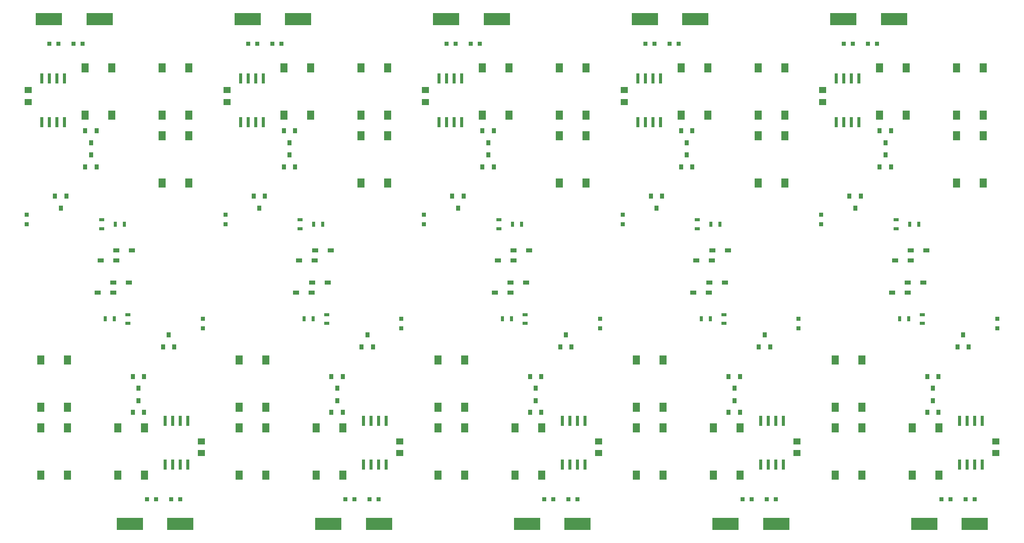
<source format=gbr>
G04 #@! TF.FileFunction,Paste,Top*
%FSLAX46Y46*%
G04 Gerber Fmt 4.6, Leading zero omitted, Abs format (unit mm)*
G04 Created by KiCad (PCBNEW 4.0.7+dfsg1-1) date Thu Apr 26 21:15:47 2018*
%MOMM*%
%LPD*%
G01*
G04 APERTURE LIST*
%ADD10C,0.100000*%
%ADD11R,0.800000X0.750000*%
%ADD12R,4.500000X2.000000*%
%ADD13R,0.800000X0.900000*%
%ADD14R,1.300000X1.550000*%
%ADD15R,1.250000X1.000000*%
%ADD16R,0.550000X1.750000*%
%ADD17R,0.800000X0.800000*%
%ADD18R,0.900000X0.500000*%
%ADD19R,1.000000X0.720000*%
%ADD20R,0.500000X0.900000*%
G04 APERTURE END LIST*
D10*
D11*
X281953000Y-185026000D03*
X283453000Y-185026000D03*
X248552000Y-185026000D03*
X250052000Y-185026000D03*
X215151000Y-185026000D03*
X216651000Y-185026000D03*
X181750000Y-185026000D03*
X183250000Y-185026000D03*
X286017000Y-185026000D03*
X287517000Y-185026000D03*
X252616000Y-185026000D03*
X254116000Y-185026000D03*
X219215000Y-185026000D03*
X220715000Y-185026000D03*
X185814000Y-185026000D03*
X187314000Y-185026000D03*
D12*
X279088000Y-189217000D03*
X287588000Y-189217000D03*
X245687000Y-189217000D03*
X254187000Y-189217000D03*
X212286000Y-189217000D03*
X220786000Y-189217000D03*
X178885000Y-189217000D03*
X187385000Y-189217000D03*
D13*
X279594000Y-170405000D03*
X281494000Y-170405000D03*
X280544000Y-168405000D03*
X246193000Y-170405000D03*
X248093000Y-170405000D03*
X247143000Y-168405000D03*
X212792000Y-170405000D03*
X214692000Y-170405000D03*
X213742000Y-168405000D03*
X179391000Y-170405000D03*
X181291000Y-170405000D03*
X180341000Y-168405000D03*
D14*
X268570000Y-169575000D03*
X264070000Y-169575000D03*
X264070000Y-161615000D03*
X268570000Y-161615000D03*
X235169000Y-169575000D03*
X230669000Y-169575000D03*
X230669000Y-161615000D03*
X235169000Y-161615000D03*
X201768000Y-169575000D03*
X197268000Y-169575000D03*
X197268000Y-161615000D03*
X201768000Y-161615000D03*
X168367000Y-169575000D03*
X163867000Y-169575000D03*
X163867000Y-161615000D03*
X168367000Y-161615000D03*
X268570000Y-181005000D03*
X264070000Y-181005000D03*
X264070000Y-173045000D03*
X268570000Y-173045000D03*
X235169000Y-181005000D03*
X230669000Y-181005000D03*
X230669000Y-173045000D03*
X235169000Y-173045000D03*
X201768000Y-181005000D03*
X197268000Y-181005000D03*
X197268000Y-173045000D03*
X201768000Y-173045000D03*
X168367000Y-181005000D03*
X163867000Y-181005000D03*
X163867000Y-173045000D03*
X168367000Y-173045000D03*
X281524000Y-181005000D03*
X277024000Y-181005000D03*
X277024000Y-173045000D03*
X281524000Y-173045000D03*
X248123000Y-181005000D03*
X243623000Y-181005000D03*
X243623000Y-173045000D03*
X248123000Y-173045000D03*
X214722000Y-181005000D03*
X210222000Y-181005000D03*
X210222000Y-173045000D03*
X214722000Y-173045000D03*
X181321000Y-181005000D03*
X176821000Y-181005000D03*
X176821000Y-173045000D03*
X181321000Y-173045000D03*
D13*
X281494000Y-164341000D03*
X279594000Y-164341000D03*
X280544000Y-166341000D03*
X248093000Y-164341000D03*
X246193000Y-164341000D03*
X247143000Y-166341000D03*
X214692000Y-164341000D03*
X212792000Y-164341000D03*
X213742000Y-166341000D03*
X181291000Y-164341000D03*
X179391000Y-164341000D03*
X180341000Y-166341000D03*
D15*
X291085000Y-175263000D03*
X291085000Y-177263000D03*
X257684000Y-175263000D03*
X257684000Y-177263000D03*
X224283000Y-175263000D03*
X224283000Y-177263000D03*
X190882000Y-175263000D03*
X190882000Y-177263000D03*
D13*
X284674000Y-159356000D03*
X286574000Y-159356000D03*
X285624000Y-157356000D03*
X251273000Y-159356000D03*
X253173000Y-159356000D03*
X252223000Y-157356000D03*
X217872000Y-159356000D03*
X219772000Y-159356000D03*
X218822000Y-157356000D03*
X184471000Y-159356000D03*
X186371000Y-159356000D03*
X185421000Y-157356000D03*
D16*
X284989000Y-179218000D03*
X286259000Y-179218000D03*
X287529000Y-179218000D03*
X288799000Y-179218000D03*
X288799000Y-171818000D03*
X287529000Y-171818000D03*
X286259000Y-171818000D03*
X284989000Y-171818000D03*
X251588000Y-179218000D03*
X252858000Y-179218000D03*
X254128000Y-179218000D03*
X255398000Y-179218000D03*
X255398000Y-171818000D03*
X254128000Y-171818000D03*
X252858000Y-171818000D03*
X251588000Y-171818000D03*
X218187000Y-179218000D03*
X219457000Y-179218000D03*
X220727000Y-179218000D03*
X221997000Y-179218000D03*
X221997000Y-171818000D03*
X220727000Y-171818000D03*
X219457000Y-171818000D03*
X218187000Y-171818000D03*
X184786000Y-179218000D03*
X186056000Y-179218000D03*
X187326000Y-179218000D03*
X188596000Y-179218000D03*
X188596000Y-171818000D03*
X187326000Y-171818000D03*
X186056000Y-171818000D03*
X184786000Y-171818000D03*
D17*
X291339000Y-154635000D03*
X291339000Y-156235000D03*
X257938000Y-154635000D03*
X257938000Y-156235000D03*
X224537000Y-154635000D03*
X224537000Y-156235000D03*
X191136000Y-154635000D03*
X191136000Y-156235000D03*
D18*
X278766000Y-153923000D03*
X278766000Y-155423000D03*
X245365000Y-153923000D03*
X245365000Y-155423000D03*
X211964000Y-153923000D03*
X211964000Y-155423000D03*
X178563000Y-153923000D03*
X178563000Y-155423000D03*
D19*
X276256000Y-150228000D03*
X273656000Y-150228000D03*
X242855000Y-150228000D03*
X240255000Y-150228000D03*
X209454000Y-150228000D03*
X206854000Y-150228000D03*
X176053000Y-150228000D03*
X173453000Y-150228000D03*
X278923000Y-148577000D03*
X276323000Y-148577000D03*
X245522000Y-148577000D03*
X242922000Y-148577000D03*
X212121000Y-148577000D03*
X209521000Y-148577000D03*
X178720000Y-148577000D03*
X176120000Y-148577000D03*
D20*
X276468000Y-154673000D03*
X274968000Y-154673000D03*
X243067000Y-154673000D03*
X241567000Y-154673000D03*
X209666000Y-154673000D03*
X208166000Y-154673000D03*
X176265000Y-154673000D03*
X174765000Y-154673000D03*
D11*
X267069990Y-108339668D03*
X265569990Y-108339668D03*
X233668990Y-108339668D03*
X232168990Y-108339668D03*
X200267990Y-108339668D03*
X198767990Y-108339668D03*
X166866990Y-108339668D03*
X165366990Y-108339668D03*
D12*
X273998990Y-104148668D03*
X265498990Y-104148668D03*
X240597990Y-104148668D03*
X232097990Y-104148668D03*
X207196990Y-104148668D03*
X198696990Y-104148668D03*
X173795990Y-104148668D03*
X165295990Y-104148668D03*
D11*
X271133990Y-108339668D03*
X269633990Y-108339668D03*
X237732990Y-108339668D03*
X236232990Y-108339668D03*
X204331990Y-108339668D03*
X202831990Y-108339668D03*
X170930990Y-108339668D03*
X169430990Y-108339668D03*
D13*
X268412990Y-134009668D03*
X266512990Y-134009668D03*
X267462990Y-136009668D03*
X235011990Y-134009668D03*
X233111990Y-134009668D03*
X234061990Y-136009668D03*
X201610990Y-134009668D03*
X199710990Y-134009668D03*
X200660990Y-136009668D03*
X168209990Y-134009668D03*
X166309990Y-134009668D03*
X167259990Y-136009668D03*
X271592990Y-129024668D03*
X273492990Y-129024668D03*
X272542990Y-127024668D03*
X238191990Y-129024668D03*
X240091990Y-129024668D03*
X239141990Y-127024668D03*
X204790990Y-129024668D03*
X206690990Y-129024668D03*
X205740990Y-127024668D03*
X171389990Y-129024668D03*
X173289990Y-129024668D03*
X172339990Y-127024668D03*
D17*
X261747990Y-138730668D03*
X261747990Y-137130668D03*
X228346990Y-138730668D03*
X228346990Y-137130668D03*
X194945990Y-138730668D03*
X194945990Y-137130668D03*
X161544990Y-138730668D03*
X161544990Y-137130668D03*
D16*
X268097990Y-114147668D03*
X266827990Y-114147668D03*
X265557990Y-114147668D03*
X264287990Y-114147668D03*
X264287990Y-121547668D03*
X265557990Y-121547668D03*
X266827990Y-121547668D03*
X268097990Y-121547668D03*
X234696990Y-114147668D03*
X233426990Y-114147668D03*
X232156990Y-114147668D03*
X230886990Y-114147668D03*
X230886990Y-121547668D03*
X232156990Y-121547668D03*
X233426990Y-121547668D03*
X234696990Y-121547668D03*
X201295990Y-114147668D03*
X200025990Y-114147668D03*
X198755990Y-114147668D03*
X197485990Y-114147668D03*
X197485990Y-121547668D03*
X198755990Y-121547668D03*
X200025990Y-121547668D03*
X201295990Y-121547668D03*
X167894990Y-114147668D03*
X166624990Y-114147668D03*
X165354990Y-114147668D03*
X164084990Y-114147668D03*
X164084990Y-121547668D03*
X165354990Y-121547668D03*
X166624990Y-121547668D03*
X167894990Y-121547668D03*
D15*
X262001990Y-118102668D03*
X262001990Y-116102668D03*
X228600990Y-118102668D03*
X228600990Y-116102668D03*
X195199990Y-118102668D03*
X195199990Y-116102668D03*
X161798990Y-118102668D03*
X161798990Y-116102668D03*
D13*
X273492990Y-122960668D03*
X271592990Y-122960668D03*
X272542990Y-124960668D03*
X240091990Y-122960668D03*
X238191990Y-122960668D03*
X239141990Y-124960668D03*
X206690990Y-122960668D03*
X204790990Y-122960668D03*
X205740990Y-124960668D03*
X173289990Y-122960668D03*
X171389990Y-122960668D03*
X172339990Y-124960668D03*
D14*
X271562990Y-112360668D03*
X276062990Y-112360668D03*
X276062990Y-120320668D03*
X271562990Y-120320668D03*
X238161990Y-112360668D03*
X242661990Y-112360668D03*
X242661990Y-120320668D03*
X238161990Y-120320668D03*
X204760990Y-112360668D03*
X209260990Y-112360668D03*
X209260990Y-120320668D03*
X204760990Y-120320668D03*
X171359990Y-112360668D03*
X175859990Y-112360668D03*
X175859990Y-120320668D03*
X171359990Y-120320668D03*
X284516990Y-112360668D03*
X289016990Y-112360668D03*
X289016990Y-120320668D03*
X284516990Y-120320668D03*
X251115990Y-112360668D03*
X255615990Y-112360668D03*
X255615990Y-120320668D03*
X251115990Y-120320668D03*
X217714990Y-112360668D03*
X222214990Y-112360668D03*
X222214990Y-120320668D03*
X217714990Y-120320668D03*
X184313990Y-112360668D03*
X188813990Y-112360668D03*
X188813990Y-120320668D03*
X184313990Y-120320668D03*
X284516990Y-123790668D03*
X289016990Y-123790668D03*
X289016990Y-131750668D03*
X284516990Y-131750668D03*
X251115990Y-123790668D03*
X255615990Y-123790668D03*
X255615990Y-131750668D03*
X251115990Y-131750668D03*
X217714990Y-123790668D03*
X222214990Y-123790668D03*
X222214990Y-131750668D03*
X217714990Y-131750668D03*
X184313990Y-123790668D03*
X188813990Y-123790668D03*
X188813990Y-131750668D03*
X184313990Y-131750668D03*
D18*
X274320990Y-139442668D03*
X274320990Y-137942668D03*
X240919990Y-139442668D03*
X240919990Y-137942668D03*
X207518990Y-139442668D03*
X207518990Y-137942668D03*
X174117990Y-139442668D03*
X174117990Y-137942668D03*
D19*
X276830990Y-143137668D03*
X279430990Y-143137668D03*
X243429990Y-143137668D03*
X246029990Y-143137668D03*
X210028990Y-143137668D03*
X212628990Y-143137668D03*
X176627990Y-143137668D03*
X179227990Y-143137668D03*
D20*
X276618990Y-138692668D03*
X278118990Y-138692668D03*
X243217990Y-138692668D03*
X244717990Y-138692668D03*
X209816990Y-138692668D03*
X211316990Y-138692668D03*
X176415990Y-138692668D03*
X177915990Y-138692668D03*
D19*
X274163990Y-144788668D03*
X276763990Y-144788668D03*
X240762990Y-144788668D03*
X243362990Y-144788668D03*
X207361990Y-144788668D03*
X209961990Y-144788668D03*
X173960990Y-144788668D03*
X176560990Y-144788668D03*
D18*
X145162000Y-153923000D03*
X145162000Y-155423000D03*
D20*
X142864000Y-154673000D03*
X141364000Y-154673000D03*
D19*
X142652000Y-150228000D03*
X140052000Y-150228000D03*
X145319000Y-148577000D03*
X142719000Y-148577000D03*
D11*
X152413000Y-185026000D03*
X153913000Y-185026000D03*
D12*
X145484000Y-189217000D03*
X153984000Y-189217000D03*
D11*
X148349000Y-185026000D03*
X149849000Y-185026000D03*
D13*
X151070000Y-159356000D03*
X152970000Y-159356000D03*
X152020000Y-157356000D03*
D17*
X157735000Y-154635000D03*
X157735000Y-156235000D03*
D16*
X151385000Y-179218000D03*
X152655000Y-179218000D03*
X153925000Y-179218000D03*
X155195000Y-179218000D03*
X155195000Y-171818000D03*
X153925000Y-171818000D03*
X152655000Y-171818000D03*
X151385000Y-171818000D03*
D15*
X157481000Y-175263000D03*
X157481000Y-177263000D03*
D13*
X145990000Y-170405000D03*
X147890000Y-170405000D03*
X146940000Y-168405000D03*
D14*
X147920000Y-181005000D03*
X143420000Y-181005000D03*
X143420000Y-173045000D03*
X147920000Y-173045000D03*
X134966000Y-181005000D03*
X130466000Y-181005000D03*
X130466000Y-173045000D03*
X134966000Y-173045000D03*
X134966000Y-169575000D03*
X130466000Y-169575000D03*
X130466000Y-161615000D03*
X134966000Y-161615000D03*
D13*
X147890000Y-164341000D03*
X145990000Y-164341000D03*
X146940000Y-166341000D03*
D16*
X134493990Y-114147668D03*
X133223990Y-114147668D03*
X131953990Y-114147668D03*
X130683990Y-114147668D03*
X130683990Y-121547668D03*
X131953990Y-121547668D03*
X133223990Y-121547668D03*
X134493990Y-121547668D03*
D14*
X137958990Y-112360668D03*
X142458990Y-112360668D03*
X142458990Y-120320668D03*
X137958990Y-120320668D03*
X150912990Y-112360668D03*
X155412990Y-112360668D03*
X155412990Y-120320668D03*
X150912990Y-120320668D03*
X150912990Y-123790668D03*
X155412990Y-123790668D03*
X155412990Y-131750668D03*
X150912990Y-131750668D03*
D13*
X139888990Y-122960668D03*
X137988990Y-122960668D03*
X138938990Y-124960668D03*
X137988990Y-129024668D03*
X139888990Y-129024668D03*
X138938990Y-127024668D03*
D19*
X140559990Y-144788668D03*
X143159990Y-144788668D03*
X143226990Y-143137668D03*
X145826990Y-143137668D03*
D12*
X140394990Y-104148668D03*
X131894990Y-104148668D03*
D11*
X137529990Y-108339668D03*
X136029990Y-108339668D03*
X133465990Y-108339668D03*
X131965990Y-108339668D03*
D17*
X128143990Y-138730668D03*
X128143990Y-137130668D03*
D20*
X143014990Y-138692668D03*
X144514990Y-138692668D03*
D18*
X140716990Y-139442668D03*
X140716990Y-137942668D03*
D15*
X128397990Y-118102668D03*
X128397990Y-116102668D03*
D13*
X134808990Y-134009668D03*
X132908990Y-134009668D03*
X133858990Y-136009668D03*
M02*

</source>
